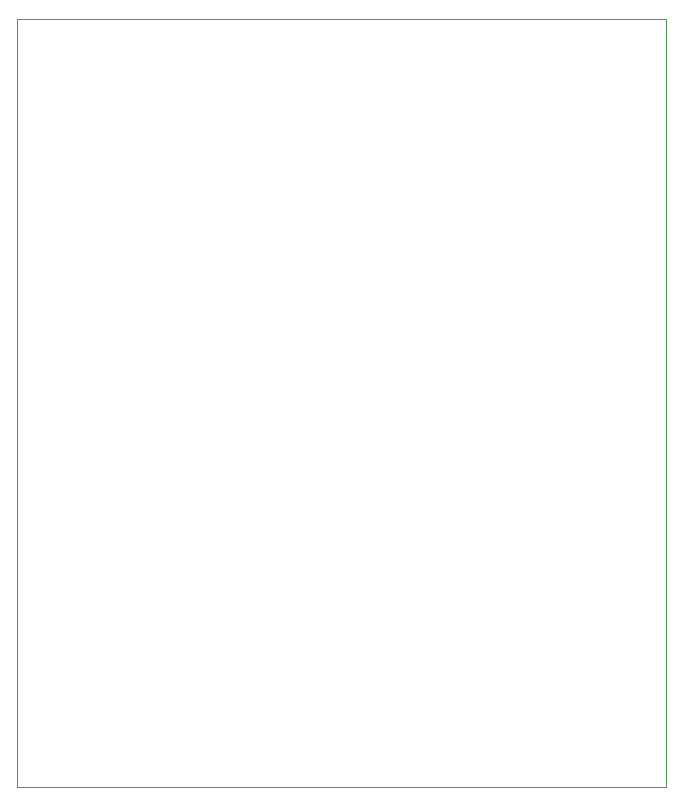
<source format=gbr>
%TF.GenerationSoftware,KiCad,Pcbnew,7.0.1*%
%TF.CreationDate,2023-04-02T16:12:04-04:00*%
%TF.ProjectId,board_v2,626f6172-645f-4763-922e-6b696361645f,rev?*%
%TF.SameCoordinates,Original*%
%TF.FileFunction,Profile,NP*%
%FSLAX46Y46*%
G04 Gerber Fmt 4.6, Leading zero omitted, Abs format (unit mm)*
G04 Created by KiCad (PCBNEW 7.0.1) date 2023-04-02 16:12:04*
%MOMM*%
%LPD*%
G01*
G04 APERTURE LIST*
%TA.AperFunction,Profile*%
%ADD10C,0.100000*%
%TD*%
G04 APERTURE END LIST*
D10*
X100000000Y-60000000D02*
X155000000Y-60000000D01*
X155000000Y-125000000D01*
X100000000Y-125000000D01*
X100000000Y-60000000D01*
M02*

</source>
